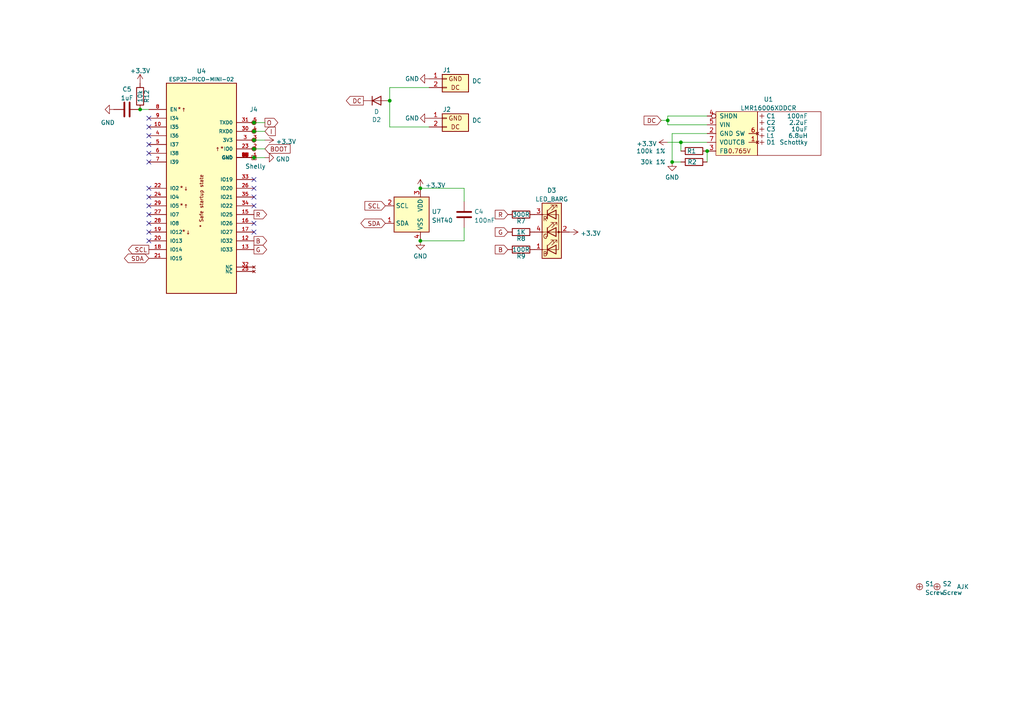
<source format=kicad_sch>
(kicad_sch (version 20230121) (generator eeschema)
  (paper "A4")
  (title_block (title "Simple Humidity / Temp sensor 12V") (date "${DATE}") (rev "1") (company "Adrian Kennard / Andrews & Arnold Ltd") (comment 1 "@TheRealRevK") (comment 2 "www.me.uk"))
  (lib_symbols
    (symbol "Device:C" (pin_numbers hide) (pin_names (offset 0.254))
      (property "Reference" "C" (at 0.635 2.54 0))
      (property "Value" "C" (at 0.635 -2.54 0))
      (symbol "C_0_1"
        (polyline (pts (xy -2.032 -0.762) (xy 2.032 -0.762)) (stroke (width 0.508)))
        (polyline (pts (xy -2.032 0.762) (xy 2.032 0.762)) (stroke (width 0.508)))
      )
      (symbol "C_1_1"
        (pin passive line (at 0 3.81 270) (length 2.794) (name "~") (number "1"))
        (pin passive line (at 0 -3.81 90) (length 2.794) (name "~") (number "2"))
      )
    )
    (symbol "Device:D" (pin_numbers hide) (pin_names (offset 1.016) hide)
      (property "Reference" "D" (at 0 2.54 0))
      (property "Value" "D" (at 0 -2.54 0))
      (symbol "D_0_1"
        (polyline (pts (xy -1.27 1.27) (xy -1.27 -1.27)) (stroke (width 0.254)))
        (polyline (pts (xy 1.27 0) (xy -1.27 0)))
        (polyline (pts (xy 1.27 1.27) (xy 1.27 -1.27) (xy -1.27 0) (xy 1.27 1.27)) (stroke (width 0.254)))
      )
      (symbol "D_1_1"
        (pin passive line (at -3.81 0 0) (length 2.54) (name "K") (number "1"))
        (pin passive line (at 3.81 0 180) (length 2.54) (name "A") (number "2"))
      )
    )
    (symbol "Device:LED_BARG" (pin_names (offset 0) hide)
      (property "Reference" "D" (at 0 9.398 0))
      (property "Value" "LED_BARG" (at 0 -8.89 0))
      (symbol "LED_BARG_0_0"
        (text "B" (at -1.905 -6.35 0) (effects (font (size 1.27 1.27))))
        (text "G" (at -1.905 -1.27 0) (effects (font (size 1.27 1.27))))
        (text "R" (at -1.905 3.81 0) (effects (font (size 1.27 1.27))))
      )
      (symbol "LED_BARG_0_1"
        (polyline (pts (xy -1.27 -5.08) (xy -2.54 -5.08)))
        (polyline (pts (xy -1.27 -5.08) (xy 1.27 -5.08)))
        (polyline (pts (xy -1.27 -3.81) (xy -1.27 -6.35)) (stroke (width 0.254)))
        (polyline (pts (xy -1.27 0) (xy -2.54 0)))
        (polyline (pts (xy -1.27 1.27) (xy -1.27 -1.27)) (stroke (width 0.254)))
        (polyline (pts (xy -1.27 5.08) (xy -2.54 5.08)))
        (polyline (pts (xy -1.27 5.08) (xy 1.27 5.08)))
        (polyline (pts (xy -1.27 6.35) (xy -1.27 3.81)) (stroke (width 0.254)))
        (polyline (pts (xy 1.27 0) (xy -1.27 0)))
        (polyline (pts (xy 1.27 0) (xy 2.54 0)))
        (polyline (pts (xy -1.27 1.27) (xy -1.27 -1.27) (xy -1.27 -1.27)))
        (polyline (pts (xy -1.27 6.35) (xy -1.27 3.81) (xy -1.27 3.81)))
        (polyline (pts (xy 1.27 -5.08) (xy 2.032 -5.08) (xy 2.032 5.08) (xy 1.27 5.08)))
        (polyline (pts (xy 1.27 -3.81) (xy 1.27 -6.35) (xy -1.27 -5.08) (xy 1.27 -3.81)) (stroke (width 0.254)))
        (polyline (pts (xy 1.27 1.27) (xy 1.27 -1.27) (xy -1.27 0) (xy 1.27 1.27)) (stroke (width 0.254)))
        (polyline (pts (xy 1.27 6.35) (xy 1.27 3.81) (xy -1.27 5.08) (xy 1.27 6.35)) (stroke (width 0.254)))
        (polyline (pts (xy -1.016 -3.81) (xy 0.508 -2.286) (xy -0.254 -2.286) (xy 0.508 -2.286) (xy 0.508 -3.048)))
        (polyline (pts (xy -1.016 1.27) (xy 0.508 2.794) (xy -0.254 2.794) (xy 0.508 2.794) (xy 0.508 2.032)))
        (polyline (pts (xy -1.016 6.35) (xy 0.508 7.874) (xy -0.254 7.874) (xy 0.508 7.874) (xy 0.508 7.112)))
        (polyline (pts (xy 0 -3.81) (xy 1.524 -2.286) (xy 0.762 -2.286) (xy 1.524 -2.286) (xy 1.524 -3.048)))
        (polyline (pts (xy 0 1.27) (xy 1.524 2.794) (xy 0.762 2.794) (xy 1.524 2.794) (xy 1.524 2.032)))
        (polyline (pts (xy 0 6.35) (xy 1.524 7.874) (xy 0.762 7.874) (xy 1.524 7.874) (xy 1.524 7.112)))
        (rectangle (start 1.27 -1.27) (end 1.27 1.27))
        (rectangle (start 1.27 1.27) (end 1.27 1.27))
        (rectangle (start 1.27 3.81) (end 1.27 6.35))
        (rectangle (start 1.27 6.35) (end 1.27 6.35))
        (circle (center 2.032 0) (radius 0.254) (fill (type outline)))
        (rectangle (start 2.794 8.382) (end -2.794 -7.62) (stroke (width 0.254)) (fill (type background)))
      )
      (symbol "LED_BARG_1_1"
        (pin passive line (at -5.08 -5.08 0) (length 2.54) (name "BK") (number "1"))
        (pin passive line (at 5.08 0 180) (length 2.54) (name "A") (number "2"))
        (pin passive line (at -5.08 5.08 0) (length 2.54) (name "RK") (number "3"))
        (pin passive line (at -5.08 0 0) (length 2.54) (name "GK") (number "4"))
      )
    )
    (symbol "Device:R" (pin_numbers hide) (pin_names (offset 0))
      (property "Reference" "R" (at 2.032 0 90))
      (property "Value" "R" (at 0 0 90))
      (symbol "R_0_1"
        (rectangle (start -1.016 -2.54) (end 1.016 2.54) (stroke (width 0.254)))
      )
      (symbol "R_1_1"
        (pin passive line (at 0 3.81 270) (length 1.27) (name "~") (number "1"))
        (pin passive line (at 0 -3.81 90) (length 1.27) (name "~") (number "2"))
      )
    )
    (symbol "RevK:AJK" (pin_names (offset 1.016)) (in_bom no)
      (property "Value" "AJK" (at 0 0 0))
    )
    (symbol "RevK:ESP32-PICO-MINI-02" (pin_names (offset 1.016))
      (property "Reference" "U" (at -10.16 -33.02 0))
      (property "Value" "ESP32-PICO-MINI-02" (at 0 27.94 0))
      (property "LCSC Part #" "C2980306" (at 0 0 0))
      (symbol "ESP32-PICO-MINI-02_0_0"
        (rectangle (start -10.16 -30.48) (end 10.16 30.48) (stroke (width 0.254)) (fill (type background)))
        (text "* Safe startup state" (at 0 -11.43 900) (effects (font (size 1 1)) (justify left)))
        (text "*↑" (at -6.985 22.86 0) (effects (font (size 1.27 1.27)) (justify left)))
        (text "*↑" (at -6.35 -5.08 0) (effects (font (size 1.27 1.27)) (justify left)))
        (text "*↓" (at -6.35 0 0) (effects (font (size 1.27 1.27)) (justify left)))
        (text "*↓" (at -5.715 -12.7 0) (effects (font (size 1.27 1.27)) (justify left)))
        (text "↑*" (at 3.81 11.43 0) (effects (font (size 1.27 1.27)) (justify left)))
        (pin power_in line (at 15.24 8.89 180) (length 5.08) (name "GND") (number "1"))
        (pin input line (at -15.24 17.78 0) (length 5.08) (name "I35") (number "10"))
        (pin power_in line (at 15.24 8.89 180) (length 5.08) (name "GND") (number "11"))
        (pin bidirectional line (at 15.24 -15.24 180) (length 5.08) (name "IO32") (number "12"))
        (pin bidirectional line (at 15.24 -17.78 180) (length 5.08) (name "IO33") (number "13"))
        (pin power_in line (at 15.24 8.89 180) (length 5.08) (name "GND") (number "14"))
        (pin bidirectional line (at 15.24 -7.62 180) (length 5.08) (name "IO25") (number "15"))
        (pin bidirectional line (at 15.24 -10.16 180) (length 5.08) (name "IO26") (number "16"))
        (pin bidirectional line (at 15.24 -12.7 180) (length 5.08) (name "IO27") (number "17"))
        (pin bidirectional line (at -15.24 -17.78 0) (length 5.08) (name "IO14") (number "18"))
        (pin bidirectional line (at -15.24 -12.7 0) (length 5.08) (name "IO12") (number "19"))
        (pin power_in line (at 15.24 8.89 180) (length 5.08) (name "GND") (number "2"))
        (pin bidirectional line (at -15.24 -15.24 0) (length 5.08) (name "IO13") (number "20"))
        (pin bidirectional line (at -15.24 -20.32 0) (length 5.08) (name "IO15") (number "21"))
        (pin bidirectional line (at -15.24 0 0) (length 5.08) (name "IO2") (number "22"))
        (pin bidirectional line (at 15.24 11.43 180) (length 5.08) (name "IO0") (number "23"))
        (pin bidirectional line (at -15.24 -2.54 0) (length 5.08) (name "IO4") (number "24"))
        (pin no_connect line (at 15.24 -24.13 180) (length 5.08) (name "NC") (number "25"))
        (pin bidirectional line (at 15.24 0 180) (length 5.08) (name "IO20") (number "26"))
        (pin bidirectional line (at -15.24 -7.62 0) (length 5.08) (name "IO7") (number "27"))
        (pin bidirectional line (at -15.24 -10.16 0) (length 5.08) (name "IO8") (number "28"))
        (pin bidirectional line (at -15.24 -5.08 0) (length 5.08) (name "IO5") (number "29"))
        (pin power_in line (at 15.24 13.97 180) (length 5.08) (name "3V3") (number "3"))
        (pin bidirectional line (at 15.24 16.51 180) (length 5.08) (name "RXD0") (number "30"))
        (pin bidirectional line (at 15.24 19.05 180) (length 5.08) (name "TXD0") (number "31"))
        (pin no_connect line (at 15.24 -22.86 180) (length 5.08) (name "NC") (number "32"))
        (pin bidirectional line (at 15.24 2.54 180) (length 5.08) (name "IO19") (number "33"))
        (pin bidirectional line (at 15.24 -5.08 180) (length 5.08) (name "IO22") (number "34"))
        (pin bidirectional line (at 15.24 -2.54 180) (length 5.08) (name "IO21") (number "35"))
        (pin power_in line (at 15.24 8.89 180) (length 5.08) (name "GND") (number "36"))
        (pin power_in line (at 15.24 8.89 180) (length 5.08) (name "GND") (number "37"))
        (pin power_in line (at 15.24 8.89 180) (length 5.08) (name "GND") (number "38"))
        (pin power_in line (at 15.24 8.89 180) (length 5.08) (name "GND") (number "39"))
        (pin input line (at -15.24 15.24 0) (length 5.08) (name "I36") (number "4"))
        (pin power_in line (at 15.24 8.89 180) (length 5.08) (name "GND") (number "40"))
        (pin power_in line (at 15.24 8.89 180) (length 5.08) (name "GND") (number "41"))
        (pin power_in line (at 15.24 8.89 180) (length 5.08) (name "GND") (number "42"))
        (pin power_in line (at 15.24 8.89 180) (length 5.08) (name "GND") (number "43"))
        (pin power_in line (at 15.24 8.89 180) (length 5.08) (name "GND") (number "44"))
        (pin power_in line (at 15.24 8.89 180) (length 5.08) (name "GND") (number "45"))
        (pin power_in line (at 15.24 8.89 180) (length 5.08) (name "GND") (number "46"))
        (pin power_in line (at 15.24 8.89 180) (length 5.08) (name "GND") (number "47"))
        (pin power_in line (at 15.24 8.89 180) (length 5.08) (name "GND") (number "48"))
        (pin power_in line (at 15.24 8.89 180) (length 5.08) (name "GND") (number "49"))
        (pin input line (at -15.24 12.7 0) (length 5.08) (name "I37") (number "5"))
        (pin power_in line (at 15.24 8.89 180) (length 5.08) (name "GND") (number "50"))
        (pin power_in line (at 15.24 8.89 180) (length 5.08) (name "GND") (number "51"))
        (pin power_in line (at 15.24 8.89 180) (length 5.08) (name "GND") (number "52"))
        (pin power_in line (at 15.24 8.89 180) (length 5.08) (name "GND") (number "53"))
        (pin input line (at -15.24 10.16 0) (length 5.08) (name "I38") (number "6"))
        (pin input line (at -15.24 7.62 0) (length 5.08) (name "I39") (number "7"))
        (pin input line (at -15.24 22.86 0) (length 5.08) (name "EN") (number "8"))
        (pin input line (at -15.24 20.32 0) (length 5.08) (name "I34") (number "9"))
      )
    )
    (symbol "RevK:Hidden" (pin_names (offset 1.016))
      (property "Reference" "Z" (at 0.635 0 0))
      (property "Value" "Hidden" (at 4.445 0 0))
      (symbol "Hidden_0_1"
        (polyline (pts (xy -0.635 0) (xy 0.635 0)) (stroke (width 0.1524)))
        (polyline (pts (xy 0 0.635) (xy 0 -0.635)) (stroke (width 0.1524)))
      )
      (symbol "Hidden_1_1"
        (pin no_connect non_logic (at 0 -2.54 90) (length 2.54) hide (name "~") (number "~"))
      )
    )
    (symbol "RevK:LMR16006XDDCR" (pin_names (offset 1.016))
      (property "Reference" "U" (at 11.43 2.54 0))
      (property "Value" "LMR16006XDDCR" (at 7.62 -12.7 0))
      (symbol "LMR16006XDDCR_0_0"
        (rectangle (start 2.54 1.27) (end 14.605 -11.43) (fill (type background)))
        (text "0.765V" (at 12.7 -10.16 0) (effects (font (size 1.27 1.27)) (justify right)))
      )
      (symbol "LMR16006XDDCR_0_1"
        (rectangle (start 14.605 1.27) (end 33.02 -11.43))
      )
      (symbol "LMR16006XDDCR_1_1"
        (pin no_connect line (at 14.605 -7.62 180) (length 2.54) (name "CB") (number "1"))
        (pin power_in line (at 0 -5.08 0) (length 2.54) (name "GND") (number "2"))
        (pin passive line (at 0 -10.16 0) (length 2.54) (name "FB") (number "3"))
        (pin input inverted (at 0 0 0) (length 2.54) (name "SHDN") (number "4"))
        (pin power_in line (at 0 -2.54 0) (length 2.54) (name "VIN") (number "5"))
        (pin no_connect line (at 14.605 -5.08 180) (length 2.54) (name "SW") (number "6"))
        (pin power_out line (at 0 -7.62 0) (length 2.54) (name "VOUT") (number "7"))
      )
    )
    (symbol "RevK:PowerIn" (pin_names (offset 1.016) hide)
      (property "Reference" "J" (at 0 2.54 0))
      (property "Value" "PowerIn" (at 2.54 -5.08 0))
      (symbol "PowerIn_0_0"
        (text "DC" (at 2.54 -2.54 0) (effects (font (size 1.27 1.27))))
        (text "GND" (at 2.54 0 0) (effects (font (size 1.27 1.27))))
      )
      (symbol "PowerIn_1_1"
        (rectangle (start -1.27 -2.413) (end 0 -2.667) (stroke (width 0.1524)))
        (rectangle (start -1.27 0.127) (end 0 -0.127) (stroke (width 0.1524)))
        (rectangle (start -1.27 1.27) (end 6.35 -3.81) (stroke (width 0.254)) (fill (type background)))
        (pin power_in line (at -5.08 0 0) (length 3.81) (name "GND") (number "1"))
        (pin power_out line (at -5.08 -2.54 0) (length 3.81) (name "DC") (number "2"))
      )
    )
    (symbol "RevK:SHT40"
      (property "Reference" "U" (at 0 8.89 0))
      (property "Value" "SHT40" (at 0 6.35 0))
      (symbol "SHT40_1_1"
        (rectangle (start -5.08 5.08) (end 5.08 -5.08) (stroke (width 0.254)) (fill (type background)))
        (pin bidirectional line (at -7.62 -2.54 0) (length 2.54) (name "SDA") (number "1"))
        (pin input line (at -7.62 2.54 0) (length 2.54) (name "SCL") (number "2"))
        (pin power_in line (at 2.54 7.62 270) (length 2.54) (name "VDD") (number "3"))
        (pin power_in line (at 2.54 -7.62 90) (length 2.54) (name "VSS") (number "4"))
      )
    )
    (symbol "RevK:Screw" (pin_numbers hide) (pin_names (offset 0) hide) (in_bom no)
      (property "Reference" "S" (at 0 1.905 0))
      (property "Value" "Screw" (at 0 -1.905 0))
      (symbol "Screw_0_1"
        (polyline (pts (xy -0.635 0) (xy 0.635 0)) (stroke (width 0.1524)))
        (polyline (pts (xy 0 0.635) (xy 0 -0.635)) (stroke (width 0.1524)))
        (circle (center 0 0) (radius 0.898) (stroke (width 0.1524)))
      )
    )
    (symbol "RevK:Shelly" (in_bom no)
      (property "Reference" "J" (at 2.54 -8.255 0))
      (property "Value" "Shelly" (at 2.54 9.525 0))
      (symbol "Shelly_0_1"
        (circle (center 0 -2.54) (radius 0.635) (stroke (width 0.1524)))
        (circle (center 0 0) (radius 0.635) (stroke (width 0.1524)))
        (circle (center 0 2.54) (radius 0.635) (stroke (width 0.1524)))
        (circle (center 0 5.08) (radius 0.635) (stroke (width 0.1524)))
        (rectangle (start 0.635 -5.715) (end -0.635 -4.445) (stroke (width 0.1524)))
      )
      (symbol "Shelly_1_1"
        (pin passive line (at 0 -5.08 0) (length 0.64) (name "GND") (number "1"))
        (pin passive line (at 0 -2.54 0) (length 0.64) (name "0") (number "2"))
        (pin passive line (at 0 0 0) (length 0.64) (name "3V3") (number "3"))
        (pin passive line (at 0 2.54 0) (length 0.64) (name "Rx") (number "4"))
        (pin passive line (at 0 5.08 0) (length 0.64) (name "Tx") (number "5"))
      )
    )
    (symbol "Screw_1" (pin_numbers hide) (pin_names (offset 0) hide) (in_bom no)
      (property "Reference" "S" (at 0 1.905 0))
      (property "Value" "Screw_1" (at 0 -1.905 0))
      (symbol "Screw_1_0_1"
        (polyline (pts (xy -0.635 0) (xy 0.635 0)) (stroke (width 0.1524)))
        (polyline (pts (xy 0 0.635) (xy 0 -0.635)) (stroke (width 0.1524)))
        (circle (center 0 0) (radius 0.898) (stroke (width 0.1524)))
      )
    )
    (symbol "power:+3.3V" (power) (pin_names (offset 0))
      (property "Value" "+3.3V" (at 0 3.556 0))
      (symbol "+3.3V_0_1"
        (polyline (pts (xy -0.762 1.27) (xy 0 2.54)))
        (polyline (pts (xy 0 0) (xy 0 2.54)))
        (polyline (pts (xy 0 2.54) (xy 0.762 1.27)))
      )
      (symbol "+3.3V_1_1"
        (pin power_in line (at 0 0 90) (length 0) hide (name "+3.3V") (number "1"))
      )
    )
    (symbol "power:GND" (power) (pin_names (offset 0))
      (property "Value" "GND" (at 0 -3.81 0))
      (symbol "GND_0_1"
        (polyline (pts (xy 0 0) (xy 0 -1.27) (xy 1.27 -1.27) (xy 0 -2.54) (xy -1.27 -1.27) (xy 0 -1.27)))
      )
      (symbol "GND_1_1"
        (pin power_in line (at 0 0 270) (length 0) hide (name "GND") (number "1"))
      )
    )
  )
  (junction (at 113.03 29.21))
  (junction (at 73.66 40.64))
  (junction (at 194.945 46.99))
  (junction (at 73.66 45.72))
  (junction (at 205.105 43.815))
  (junction (at 193.675 34.925))
  (junction (at 121.92 54.61))
  (junction (at 73.66 43.18))
  (junction (at 121.92 69.85))
  (junction (at 73.66 35.56))
  (junction (at 197.485 41.275))
  (junction (at 40.64 31.75))
  (junction (at 73.66 38.1))
  (no_connect (at 73.66 64.77))
  (no_connect (at 43.18 69.85))
  (no_connect (at 43.18 64.77))
  (no_connect (at 43.18 59.69))
  (no_connect (at 73.66 54.61))
  (no_connect (at 73.66 52.07))
  (no_connect (at 73.66 59.69))
  (no_connect (at 43.18 44.45))
  (no_connect (at 43.18 46.99))
  (no_connect (at 43.18 34.29))
  (no_connect (at 43.18 39.37))
  (no_connect (at 43.18 36.83))
  (no_connect (at 43.18 54.61))
  (no_connect (at 43.18 41.91))
  (no_connect (at 73.66 67.31))
  (no_connect (at 43.18 67.31))
  (no_connect (at 43.18 57.15))
  (no_connect (at 43.18 62.23))
  (no_connect (at 73.66 57.15))
  (wire (pts (xy 194.945 38.735) (xy 205.105 38.735)))
  (wire (pts (xy 205.105 43.815) (xy 205.105 46.99)))
  (wire (pts (xy 194.945 46.99) (xy 194.945 38.735)))
  (wire (pts (xy 40.64 31.75) (xy 43.18 31.75)))
  (wire (pts (xy 73.66 40.64) (xy 76.835 40.64)))
  (wire (pts (xy 197.485 41.275) (xy 205.105 41.275)))
  (wire (pts (xy 73.66 35.56) (xy 76.835 35.56)))
  (wire (pts (xy 113.03 25.4) (xy 113.03 29.21)))
  (wire (pts (xy 124.46 25.4) (xy 113.03 25.4)))
  (wire (pts (xy 134.62 69.85) (xy 134.62 66.04)))
  (wire (pts (xy 113.03 36.83) (xy 124.46 36.83)))
  (wire (pts (xy 191.77 34.925) (xy 193.675 34.925)))
  (wire (pts (xy 197.485 46.99) (xy 194.945 46.99)))
  (wire (pts (xy 197.485 43.815) (xy 197.485 41.275)))
  (wire (pts (xy 193.675 36.195) (xy 205.105 36.195)))
  (wire (pts (xy 73.66 45.72) (xy 76.835 45.72)))
  (wire (pts (xy 73.66 38.1) (xy 76.835 38.1)))
  (wire (pts (xy 121.92 69.85) (xy 134.62 69.85)))
  (wire (pts (xy 121.92 54.61) (xy 134.62 54.61)))
  (wire (pts (xy 193.675 33.655) (xy 205.105 33.655)))
  (wire (pts (xy 73.66 43.18) (xy 76.835 43.18)))
  (wire (pts (xy 193.675 33.655) (xy 193.675 34.925)))
  (wire (pts (xy 113.03 29.21) (xy 113.03 36.83)))
  (wire (pts (xy 193.675 41.275) (xy 197.485 41.275)))
  (wire (pts (xy 193.675 34.925) (xy 193.675 36.195)))
  (wire (pts (xy 134.62 54.61) (xy 134.62 58.42)))
  (global_label "B" (shape output) (at 73.66 69.85 0) (property "Intersheetrefs" "${INTERSHEET_REFS}" (effects hide)))
  (global_label "BOOT" (shape input) (at 76.835 43.18 0) (property "Intersheetrefs" "${INTERSHEET_REFS}" (effects hide)))
  (global_label "SCL" (shape output) (at 43.18 72.39 180) (property "Intersheetrefs" "${INTERSHEET_REFS}" (effects hide)))
  (global_label "I" (shape input) (at 76.835 38.1 0) (property "Intersheetrefs" "${INTERSHEET_REFS}" (effects hide)))
  (global_label "DC" (shape input) (at 191.77 34.925 180) (property "Intersheetrefs" "${INTERSHEET_REFS}" (effects hide)))
  (global_label "B" (shape input) (at 147.32 72.39 180) (property "Intersheetrefs" "${INTERSHEET_REFS}" (effects hide)))
  (global_label "G" (shape input) (at 147.32 67.31 180) (property "Intersheetrefs" "${INTERSHEET_REFS}" (effects hide)))
  (global_label "DC" (shape output) (at 105.41 29.21 180) (property "Intersheetrefs" "${INTERSHEET_REFS}" (effects hide)))
  (global_label "SCL" (shape input) (at 111.76 59.69 180) (property "Intersheetrefs" "${INTERSHEET_REFS}" (effects hide)))
  (global_label "R" (shape output) (at 73.66 62.23 0) (property "Intersheetrefs" "${INTERSHEET_REFS}" (effects hide)))
  (global_label "G" (shape output) (at 73.66 72.39 0) (property "Intersheetrefs" "${INTERSHEET_REFS}" (effects hide)))
  (global_label "R" (shape input) (at 147.32 62.23 180) (property "Intersheetrefs" "${INTERSHEET_REFS}" (effects hide)))
  (global_label "SDA" (shape bidirectional) (at 111.76 64.77 180) (property "Intersheetrefs" "${INTERSHEET_REFS}" (effects hide)))
  (global_label "SDA" (shape bidirectional) (at 43.18 74.93 180) (property "Intersheetrefs" "${INTERSHEET_REFS}" (effects hide)))
  (global_label "O" (shape output) (at 76.835 35.56 0) (property "Intersheetrefs" "${INTERSHEET_REFS}" (effects hide)))
  (symbol (lib_id "Device:R") (at 151.13 72.39 270) (unit 1)
    (property "Reference" "R9" (at 151.13 74.295 90))
    (property "Value" "100R" (at 151.13 72.39 90))
    (property "Footprint" "RevK:R_0603" (effects hide))
  )
  (symbol (lib_id "power:+3.3V") (at 165.1 67.31 270) (unit 1)
    (property "Reference" "#PWR012" (effects hide))
    (property "Value" "+3.3V" (at 168.3512 67.691 90) (effects (justify left)))
  )
  (symbol (lib_id "Device:R") (at 151.13 62.23 270) (unit 1)
    (property "Reference" "R7" (at 151.13 64.135 90))
    (property "Value" "300R" (at 151.13 62.23 90))
    (property "Footprint" "RevK:R_0603" (effects hide))
  )
  (symbol (lib_id "Device:R") (at 151.13 67.31 270) (unit 1)
    (property "Reference" "R8" (at 151.13 69.215 90))
    (property "Value" "1K" (at 151.13 67.31 90))
    (property "Footprint" "RevK:R_0603" (effects hide))
  )
  (symbol (lib_id "RevK:PowerIn") (at 129.54 34.29 0) (unit 1)
    (property "Reference" "J2" (at 130.81 31.75 0) (effects (justify right)))
    (property "Value" "DC" (at 139.7 34.925 0) (effects (justify right)))
    (property "Footprint" "RevK:PTSM-HH1-2-RA" (effects hide))
  )
  (symbol (lib_id "Device:R") (at 201.295 43.815 90) (unit 1)
    (property "Reference" "R1" (at 201.93 43.815 90) (effects (justify left)))
    (property "Value" "100k 1%" (at 193.04 43.815 90) (effects (justify left)))
    (property "Footprint" "RevK:R_0603" (effects hide))
    (property "LCSC Part #" "C14675" (effects hide))
  )
  (symbol (lib_id "Device:C") (at 36.83 31.75 90) (unit 1)
    (property "Reference" "C5" (at 36.83 25.8912 90))
    (property "Value" "1uF" (at 36.83 28.4281 90))
    (property "Footprint" "RevK:C_0603" (effects hide))
  )
  (symbol (lib_name "Screw_1") (lib_id "RevK:Screw") (at 266.7 170.18 0) (unit 1) (in_bom no)
    (property "Reference" "S1" (at 268.3092 169.3453 0) (effects (justify left)))
    (property "Value" "Screw" (at 268.3092 171.8822 0) (effects (justify left)))
    (property "Footprint" "RevK:Screw" (effects hide))
  )
  (symbol (lib_id "RevK:Shelly") (at 73.66 40.64 0) (unit 1) (in_bom no)
    (property "Reference" "J4" (at 72.39 31.75 0) (effects (justify left)))
    (property "Value" "Shelly" (at 71.12 48.26 0) (effects (justify left)))
    (property "Footprint" "RevK:Shelly" (effects hide))
  )
  (symbol (lib_id "power:+3.3V") (at 121.92 54.61 0) (unit 1)
    (property "Reference" "#PWR0102" (effects hide))
    (property "Value" "+3.3V" (at 123.317 53.7738 0) (effects (justify left)))
  )
  (symbol (lib_id "Device:C") (at 134.62 62.23 0) (unit 1)
    (property "Reference" "C4" (at 137.541 61.3953 0) (effects (justify left)))
    (property "Value" "100nF" (at 137.541 63.9322 0) (effects (justify left)))
    (property "Footprint" "RevK:C_0603" (effects hide))
  )
  (symbol (lib_id "Device:D") (at 109.22 29.21 0) (unit 1)
    (property "Reference" "D2" (at 109.22 34.7218 0))
    (property "Value" "D" (at 109.22 32.4104 0))
    (property "Footprint" "RevK:D_1206" (effects hide))
    (property "LCSC Part #" "C143805" (effects hide))
  )
  (symbol (lib_id "RevK:Hidden") (at 220.98 39.37 0) (unit 1)
    (property "Reference" "L1" (at 222.25 39.37 0) (effects (justify left)))
    (property "Value" "6.8uH" (at 234.315 39.37 0) (effects (justify right)))
    (property "Footprint" "RevK:L_4x4_" (effects hide))
    (property "LCSC Part #" "C354575" (effects hide))
  )
  (symbol (lib_id "power:+3.3V") (at 40.64 24.13 0) (unit 1)
    (property "Reference" "#PWR021" (effects hide))
    (property "Value" "+3.3V" (at 40.64 20.5542 0))
  )
  (symbol (lib_id "power:GND") (at 76.835 45.72 90) (unit 1)
    (property "Reference" "#PWR026" (effects hide))
    (property "Value" "GND" (at 80.01 46.1538 90) (effects (justify right)))
  )
  (symbol (lib_id "power:GND") (at 124.46 22.86 270) (unit 1)
    (property "Reference" "#PWR0101" (effects hide))
    (property "Value" "GND" (at 117.475 22.86 90) (effects (justify left)))
  )
  (symbol (lib_id "RevK:LMR16006XDDCR") (at 205.105 33.655 0) (unit 1)
    (property "Reference" "U1" (at 222.885 28.8122 0))
    (property "Value" "LMR16006XDDCR" (at 222.885 31.3491 0))
    (property "Footprint" "RevK:SOT-23-Thin-6-Reg" (effects hide))
    (property "Manufacturer" "TI" (effects hide))
    (property "Part No" "LMR16006XDDCR" (effects hide))
    (property "LCSC Part #" "C87080" (effects hide))
    (property "JLCPCB Rotation Offset" "90" (effects hide))
  )
  (symbol (lib_id "RevK:Hidden") (at 220.98 33.655 0) (unit 1)
    (property "Reference" "C1" (at 222.25 33.655 0) (effects (justify left)))
    (property "Value" "100nF" (at 234.315 33.655 0) (effects (justify right)))
    (property "Footprint" "RevK:C_0603_" (effects hide))
    (property "Note" "X7R or X5R 0603" (effects hide))
    (property "LCSC Part #" "C30926" (effects hide))
  )
  (symbol (lib_id "RevK:Hidden") (at 220.98 35.56 0) (unit 1)
    (property "Reference" "C2" (at 222.25 35.56 0) (effects (justify left)))
    (property "Value" "2.2uF" (at 234.315 35.56 0) (effects (justify right)))
    (property "Footprint" "RevK:C_0805_" (effects hide))
    (property "Note" "0603 or 0805" (effects hide))
    (property "LCSC Part #" "C19110" (effects hide))
  )
  (symbol (lib_id "RevK:Hidden") (at 220.98 41.275 0) (unit 1)
    (property "Reference" "D1" (at 222.25 41.275 0) (effects (justify left)))
    (property "Value" "Schottky" (at 234.315 41.275 0) (effects (justify right)))
    (property "Footprint" "RevK:D_1206_" (effects hide))
    (property "Datasheet" "https://www.mouser.co.uk/datasheet/2/54/CD1206-B220_B2100-777245.pdf" (effects hide))
    (property "Manufacturer" "Bourns" (effects hide))
    (property "LCSC Part #" "C143805" (effects hide))
  )
  (symbol (lib_id "power:GND") (at 121.92 69.85 0) (unit 1)
    (property "Reference" "#PWR0103" (effects hide))
    (property "Value" "GND" (at 121.92 74.2934 0))
  )
  (symbol (lib_id "power:GND") (at 124.46 34.29 270) (unit 1)
    (property "Reference" "#PWR0107" (effects hide))
    (property "Value" "GND" (at 117.475 34.29 90) (effects (justify left)))
  )
  (symbol (lib_id "RevK:ESP32-PICO-MINI-02") (at 58.42 54.61 0) (unit 1)
    (property "Reference" "U4" (at 58.42 20.6198 0))
    (property "Value" "ESP32-PICO-MINI-02" (at 58.42 23.0039 0) (effects (font (size 1.1 1.1))))
    (property "Footprint" "RevK:ESP32-PICO-MINI-02" (effects hide))
    (property "MANUFACTURER" "Espressif" (effects hide))
    (property "MAXIMUM_PACKAGE_HEIGHT" "2.55mm" (effects hide))
    (property "PARTREV" "v1.0" (effects hide))
    (property "STANDARD" "Manufacturer Recommendations" (effects hide))
    (property "Part No" "ESP32-PICO-MINI-02-N8R2" (effects hide))
    (property "LCSC Part #" "C2980306" (effects hide))
  )
  (symbol (lib_id "power:+3.3V") (at 193.675 41.275 90) (unit 1)
    (property "Reference" "#PWR0108" (effects hide))
    (property "Value" "+3.3V" (at 190.5 41.7088 90) (effects (justify left)))
  )
  (symbol (lib_id "power:GND") (at 194.945 46.99 0) (unit 1)
    (property "Reference" "#PWR0106" (effects hide))
    (property "Value" "GND" (at 194.945 51.4334 0))
  )
  (symbol (lib_id "Device:R") (at 40.64 27.94 0) (unit 1)
    (property "Reference" "R12" (at 42.545 27.94 90))
    (property "Value" "10k" (at 40.64 27.94 90))
    (property "Footprint" "RevK:R_0603" (effects hide))
  )
  (symbol (lib_id "RevK:AJK") (at 276.86 170.18 0) (unit 1) (in_bom no)
    (property "Reference" "Logo1" (effects hide))
    (property "Value" "AJK" (at 277.495 170.18 0) (effects (justify left)))
    (property "Footprint" "RevK:AJK" (effects hide))
    (property "Note" "Non part, PCB printed" (effects hide))
  )
  (symbol (lib_id "RevK:PowerIn") (at 129.54 22.86 0) (unit 1)
    (property "Reference" "J1" (at 130.81 20.32 0) (effects (justify right)))
    (property "Value" "DC" (at 139.7 23.495 0) (effects (justify right)))
    (property "Footprint" "RevK:PTSM-HH1-2-RA" (effects hide))
  )
  (symbol (lib_id "power:GND") (at 33.02 31.75 270) (unit 1)
    (property "Reference" "#PWR0104" (effects hide))
    (property "Value" "GND" (at 29.21 35.56 90) (effects (justify left)))
  )
  (symbol (lib_id "Device:R") (at 201.295 46.99 90) (unit 1)
    (property "Reference" "R2" (at 199.39 46.99 90) (effects (justify right)))
    (property "Value" "30k 1%" (at 193.04 46.99 90) (effects (justify left)))
    (property "Footprint" "RevK:R_0603" (effects hide))
    (property "LCSC Part #" "C100001" (effects hide))
  )
  (symbol (lib_id "RevK:Hidden") (at 220.98 37.465 0) (unit 1)
    (property "Reference" "C3" (at 222.25 37.465 0) (effects (justify left)))
    (property "Value" "10uF" (at 234.315 37.465 0) (effects (justify right)))
    (property "Footprint" "RevK:C_0805_" (effects hide))
    (property "Note" "0603 or 0805" (effects hide))
    (property "LCSC Part #" "C17024" (effects hide))
  )
  (symbol (lib_id "Device:LED_BARG") (at 160.02 67.31 0) (unit 1)
    (property "Reference" "D3" (at 160.02 55.2282 0))
    (property "Value" "LED_BARG" (at 160.02 57.7651 0))
    (property "Footprint" "RevK:MHS190RGBCT" (effects hide))
    (property "LCSC Part #" "C409798" (effects hide))
  )
  (symbol (lib_id "RevK:SHT40") (at 119.38 62.23 0) (unit 1)
    (property "Reference" "U7" (at 125.222 61.3953 0) (effects (justify left)))
    (property "Value" "SHT40" (at 125.222 63.9322 0) (effects (justify left)))
    (property "Footprint" "RevK:Sensirion_DFN-4_1.5x1.5mm_P0.5mm_SHT4x" (effects hide))
    (property "Datasheet" "https://sensirion.com/media/documents/33FD6951/624C4357/Datasheet_SHT4x.pdf" (effects hide))
    (property "LCSC Part #" "C2909890" (effects hide))
  )
  (symbol (lib_id "power:+3.3V") (at 76.835 40.64 270) (unit 1)
    (property "Reference" "#PWR025" (effects hide))
    (property "Value" "+3.3V" (at 80.01 41.0738 90) (effects (justify left)))
  )
  (symbol (lib_id "RevK:Screw") (at 271.78 170.18 0) (unit 1) (in_bom no)
    (property "Reference" "S2" (at 273.3892 169.3453 0) (effects (justify left)))
    (property "Value" "Screw" (at 273.3892 171.8822 0) (effects (justify left)))
    (property "Footprint" "RevK:Screw" (effects hide))
  )
)
</source>
